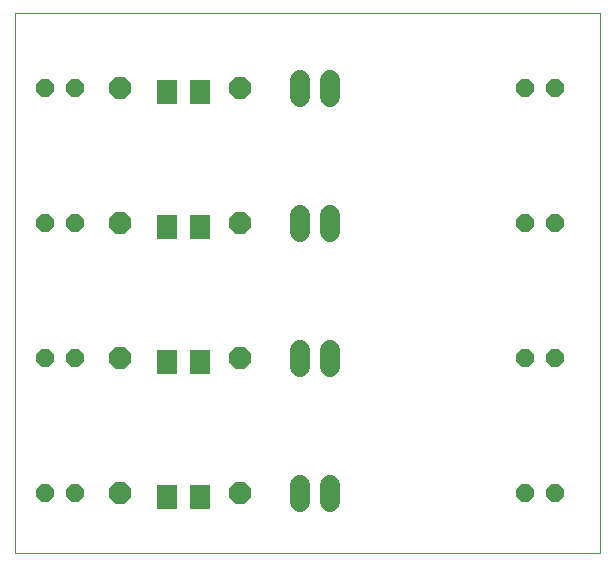
<source format=gbs>
G75*
G70*
%OFA0B0*%
%FSLAX24Y24*%
%IPPOS*%
%LPD*%
%AMOC8*
5,1,8,0,0,1.08239X$1,22.5*
%
%ADD10C,0.0000*%
%ADD11OC8,0.0600*%
%ADD12R,0.0710X0.0790*%
%ADD13C,0.0674*%
%ADD14OC8,0.0740*%
D10*
X001309Y000100D02*
X020809Y000100D01*
X020809Y018100D01*
X001309Y018100D01*
X001309Y000100D01*
D11*
X002309Y002100D03*
X003309Y002100D03*
X003309Y006600D03*
X002309Y006600D03*
X002309Y011100D03*
X003309Y011100D03*
X003309Y015600D03*
X002309Y015600D03*
X018309Y015600D03*
X019309Y015600D03*
X019309Y011100D03*
X018309Y011100D03*
X018309Y006600D03*
X019309Y006600D03*
X019309Y002100D03*
X018309Y002100D03*
D12*
X007494Y001975D03*
X006374Y001975D03*
X006374Y006475D03*
X007494Y006475D03*
X007494Y010975D03*
X006374Y010975D03*
X006374Y015475D03*
X007494Y015475D03*
D13*
X010809Y015303D02*
X010809Y015897D01*
X011809Y015897D02*
X011809Y015303D01*
X011809Y011397D02*
X011809Y010803D01*
X010809Y010803D02*
X010809Y011397D01*
X010809Y006897D02*
X010809Y006303D01*
X011809Y006303D02*
X011809Y006897D01*
X011809Y002397D02*
X011809Y001803D01*
X010809Y001803D02*
X010809Y002397D01*
D14*
X008809Y002100D03*
X004809Y002100D03*
X004809Y006600D03*
X008809Y006600D03*
X008809Y011100D03*
X004809Y011100D03*
X004809Y015600D03*
X008809Y015600D03*
M02*

</source>
